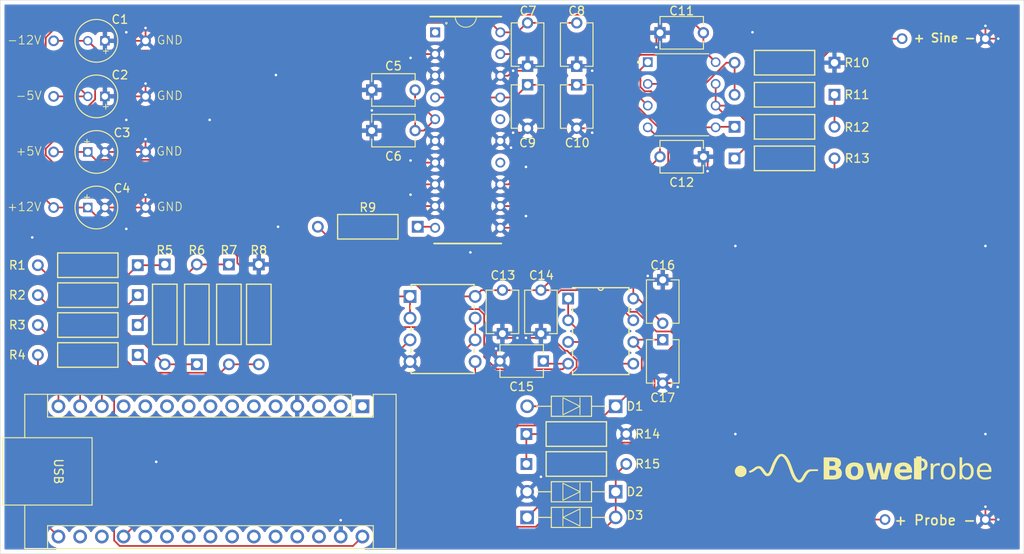
<source format=kicad_pcb>
(kicad_pcb (version 20241229) (generator "pcbnew") (generator_version "9.0")
  (layers (0 "F.Cu" signal) (2 "B.Cu" signal) (13 "F.Paste" user) (15 "B.Paste" user) (5 "F.SilkS" user "F.Silkscreen") (7 "B.SilkS" user "B.Silkscreen") (1 "F.Mask" user) (3 "B.Mask" user) (25 "Edge.Cuts" user))
  (net 0 "")
  (net 6 "Net-(A1-A0)")
  (net 10 "Net-(A1-D11)")
  (net 14 "Net-(A1-D13)")
  (net 15 "GND")
  (net 23 "Net-(A1-VIN)")
  (net 27 "Net-(A1-D12)")
  (net 28 "Net-(A1-D10)")
  (net 30 "Net-(D1-K)")
  (net 31 "Net-(U1-COSC)")
  (net 32 "Net-(D3-K)")
  (net 33 "Net-(J2-Pin_1)")
  (net 34 "Net-(J5-Pin_1)")
  (net 35 "Net-(D1-A)")
  (net 36 "Net-(D2-K)")
  (net 37 "Net-(J10-Pin_1)")
  (net 38 "Net-(J12-Pin_1)")
  (net 39 "Net-(U1-IIN)")
  (net 40 "Net-(R1-Pad1)")
  (net 41 "Net-(R4-Pad1)")
  (net 42 "Net-(R2-Pad1)")
  (net 43 "Net-(R3-Pad1)")
  (net 44 "Net-(R9-Pad2)")
  (net 45 "Net-(R11-Pad1)")
  (net 46 "Net-(U2-+IN_B)")
  (net 47 "Net-(U2--IN_A)")
  (net 49 "Net-(U1-OUT)")
  (net 52 "Net-(U4-1IN-)")
  (footprint "BowelProbe:Capacitor-10n" (layer "F.Cu") (at 149.75 70.96 90)
    (property "Reference" "C13")
    (property "Value" "0.1u" (hide yes))
  )
  (footprint "BowelProbe:CT3149-2" (layer "F.Cu") (at 97.25 39.25)
    (property "Reference" "J5" (hide yes))
    (property "Value" "Conn_01x01" (hide yes))
  )
  (footprint "BowelProbe:CT3149-0" (layer "F.Cu") (at 108 52.25)
    (property "Reference" "J8" (hide yes))
    (property "Value" "Conn_01x01" (hide yes))
  )
  (footprint "BowelProbe:Resistor-20k" (layer "F.Cu") (at 139.842 61 180)
    (property "Reference" "R9")
    (property "Value" "25k" (hide yes))
  )
  (footprint "BowelProbe:Capacitor-10u" (layer "F.Cu") (at 102.25 45.75 180)
    (property "Reference" "C2")
    (property "Value" "10u" (hide yes))
  )
  (footprint "BowelProbe:CT3149-5" (layer "F.Cu") (at 194.5 95.25)
    (property "Reference" "J10" (hide yes))
    (property "Value" "Conn_01x01" (hide yes))
  )
  (footprint "BowelProbe:Resistor-20k" (layer "F.Cu") (at 107.092 72.5 180)
    (property "Reference" "R3")
    (property "Value" "20k" (hide yes))
  )
  (footprint "BowelProbe:Capacitor-10n" (layer "F.Cu") (at 152.69 39.69 90)
    (property "Reference" "C7")
    (property "Value" "1n" (hide yes))
  )
  (footprint "BowelProbe:1N5817" (layer "F.Cu") (at 157.82 92 180)
    (property "Reference" "D2")
    (property "Value" "DIOAD1036W78L470D235" (hide yes))
  )
  (footprint "BowelProbe:Resistor-20k" (layer "F.Cu") (at 121.25 65.408 -90)
    (property "Reference" "R8")
    (property "Value" "20k" (hide yes))
  )
  (footprint "BowelProbe:Resistor-20k" (layer "F.Cu") (at 107.092 76 180)
    (property "Reference" "R4")
    (property "Value" "20k" (hide yes))
  )
  (footprint "BowelProbe:PDIP8_300MC_MCH" (layer "F.Cu") (at 138.94 69.15)
    (property "Reference" "U3" (hide yes))
    (property "Value" "MCP6002-E/P" (hide yes))
  )
  (footprint "BowelProbe:Resistor-20k" (layer "F.Cu") (at 107.092 69 180)
    (property "Reference" "R2")
    (property "Value" "20k" (hide yes))
  )
  (footprint "BowelProbe:Capacitor-10n" (layer "F.Cu") (at 137 45)
    (property "Reference" "C5")
    (property "Value" "10n" (hide yes))
  )
  (footprint "BowelProbe:DIP794W45P254L959H508Q8" (layer "F.Cu") (at 170.72 45.56)
    (property "Reference" "U2" (hide yes))
    (property "Value" "OPA2134PA" (hide yes))
  )
  (footprint "BowelProbe:MAX038CPP" (layer "F.Cu") (at 145.69 49.69)
    (property "Reference" "U1" (hide yes))
    (property "Value" "MAX038CPP" (hide yes))
  )
  (footprint "Module:Arduino_Nano" (layer "F.Cu") (at 133.37 82 -90)
    (property "Reference" "A1" (hide yes))
    (property "Value" "Arduino_Nano_v2.x" (hide yes))
  )
  (footprint "BowelProbe:Resistor-20k" (layer "F.Cu") (at 117.75 65.408 -90)
    (property "Reference" "R7")
    (property "Value" "10k" (hide yes))
  )
  (footprint "BowelProbe:Resistor-20k" (layer "F.Cu") (at 188.592 41.81 180)
    (property "Reference" "R10")
    (property "Value" "10k" (hide yes))
  )
  (footprint "BowelProbe:Capacitor-10n" (layer "F.Cu") (at 158.44 39.69 90)
    (property "Reference" "C8")
    (property "Value" "1u" (hide yes))
  )
  (footprint "BowelProbe:CT3149-0" (layer "F.Cu") (at 108 39.25)
    (property "Reference" "J4" (hide yes))
    (property "Value" "Conn_01x01" (hide yes))
  )
  (footprint "BowelProbe:CT3149-0" (layer "F.Cu") (at 108 58.75)
    (property "Reference" "J6" (hide yes))
    (property "Value" "Conn_01x01" (hide yes))
  )
  (footprint "BowelProbe:Resistor-20k" (layer "F.Cu") (at 107.092 65.5 180)
    (property "Reference" "R1")
    (property "Value" "20k" (hide yes))
  )
  (footprint "BowelProbe:Capacitor-10n" (layer "F.Cu") (at 170.72 52.81 180)
    (property "Reference" "C12")
    (property "Value" "0.1u" (hide yes))
  )
  (footprint "BowelProbe:Resistor-20k" (layer "F.Cu") (at 114 77.092 90)
    (property "Reference" "R6")
    (property "Value" "10k" (hide yes))
  )
  (footprint "BowelProbe:Capacitor-10n" (layer "F.Cu") (at 154.25 70.96 90)
    (property "Reference" "C14")
    (property "Value" "1u" (hide yes))
  )
  (footprint "BowelProbe:Capacitor-10n" (layer "F.Cu") (at 170.72 38.31)
    (property "Reference" "C11")
    (property "Value" "0.1u" (hide yes))
  )
  (footprint "BowelProbe:Capacitor-10u" (layer "F.Cu") (at 102.25 52.25)
    (property "Reference" "C3")
    (property "Value" "10u" (hide yes))
  )
  (footprint "BowelProbe:Resistor-20k" (layer "F.Cu") (at 176.908 53)
    (property "Reference" "R13")
    (property "Value" "100" (hide yes))
  )
  (footprint "BowelProbe:CT3149-5" (layer "F.Cu") (at 206.25 95.25)
    (property "Reference" "J11" (hide yes))
    (property "Value" "Conn_01x01" (hide yes))
  )
  (footprint "BowelProbe:CT3149-0" (layer "F.Cu") (at 196.5 39 90)
    (property "Reference" "J12" (hide yes))
    (property "Value" "Conn_01x01" (hide yes))
  )
  (footprint "BowelProbe:Capacitor-10n" (layer "F.Cu") (at 168.5 69.75 -90)
    (property "Reference" "C16")
    (property "Value" "0.1u" (hide yes))
  )
  (footprint "BowelProbe:CT3149-0" (layer "F.Cu") (at 206.25 39 90)
    (property "Reference" "J13" (hide yes))
    (property "Value" "Conn_01x01" (hide yes))
  )
  (footprint "BowelProbe:Capacitor-10u" (layer "F.Cu") (at 102.25 58.75)
    (property "Reference" "C4")
    (property "Value" "10u" (hide yes))
  )
  (footprint "BowelProbe:Capacitor-10n" (layer "F.Cu") (at 152.69 46.94 -90)
    (property "Reference" "C9")
    (property "Value" "1n" (hide yes))
  )
  (footprint "BowelProbe:Capacitor-10n" (layer "F.Cu") (at 152 76.71 180)
    (property "Reference" "C15")
    (property "Value" "0.1u" (hide yes))
  )
  (footprint "BowelProbe:Capacitor-10n" (layer "F.Cu") (at 158.44 46.94 -90)
    (property "Reference" "C10")
    (property "Value" "1u" (hide yes))
  )
  (footprint "BowelProbe:Resistor-20k" (layer "F.Cu") (at 152.548 85.25)
    (property "Reference" "R14")
    (property "Value" "300k" (hide yes))
  )
  (footprint "BowelProbe:CT3149-2" (layer "F.Cu") (at 97.25 52.25)
    (property "Reference" "J9" (hide yes))
    (property "Value" "Conn_01x01" (hide yes))
  )
  (footprint "BowelProbe:P8" (layer "F.Cu") (at 165.06 77.02)
    (property "Reference" "U4" (hide yes))
    (property "Value" "TL072ACP" (hide yes))
  )
  (footprint "BowelProbe:1N5817" (layer "F.Cu") (at 157.82 95)
    (property "Reference" "D3")
    (property "Value" "DIOAD1036W78L470D235" (hide yes))
  )
  (footprint "BowelProbe:CT3149-2" (layer "F.Cu") (at 97.25 45.75)
    (property "Reference" "J2" (hide yes))
    (property "Value" "Conn_01x01" (hide yes))
  )
  (footprint "LOGO" (layer "F.Cu") (at 181.874767 89.792376)
    (property "Reference" "G***" (hide yes))
    (property "Value" "LOGO" (hide yes))
  )
  (footprint "BowelProbe:Resistor-20k" (layer "F.Cu") (at 188.592 45.56 180)
    (property "Reference" "R11")
    (property "Value" "20k" (hide yes))
  )
  (footprint "BowelProbe:Capacitor-10n" (layer "F.Cu") (at 168.5 76.75 -90)
    (property "Reference" "C17")
    (property "Value" "0.1u" (hide yes))
  )
  (footprint "BowelProbe:CT3149-0" (layer "F.Cu") (at 108 45.75)
    (property "Reference" "J3" (hide yes))
    (property "Value" "Conn_01x01" (hide yes))
  )
  (footprint "BowelProbe:Capacitor-10u" (layer "F.Cu") (at 102.25 39.25 180)
    (property "Reference" "C1")
    (property "Value" "10u" (hide yes))
  )
  (footprint "BowelProbe:Resistor-20k" (layer "F.Cu") (at 152.548 88.75)
    (property "Reference" "R15")
    (property "Value" "1k" (hide yes))
  )
  (footprint "BowelProbe:1N5817" (layer "F.Cu") (at 157.82 82 180)
    (property "Reference" "D1")
    (property "Value" "DIOAD1036W78L470D235" (hide yes))
  )
  (footprint "BowelProbe:Resistor-20k" (layer "F.Cu") (at 110.25 65.408 -90)
    (property "Reference" "R5")
    (property "Value" "10k" (hide yes))
  )
  (footprint "BowelProbe:CT3149-2" (layer "F.Cu") (at 97.25 58.75)
    (property "Reference" "J7" (hide yes))
    (property "Value" "Conn_01x01" (hide yes))
  )
  (footprint "BowelProbe:Capacitor-10n" (layer "F.Cu") (at 137 49.75)
    (property "Reference" "C6")
    (property "Value" "10n" (hide yes))
  )
  (footprint "BowelProbe:Resistor-20k" (layer "F.Cu") (at 176.908 49.31)
    (property "Reference" "R12")
    (property "Value" "20k" (hide yes))
  )
  (gr_rect (start 91 34.5) (end 210.75 99.25) (stroke (width 0.05)) (fill no) (layer "Edge.Cuts"))
  (gr_text "GND" (at 109.25 46.25 0) (layer "F.SilkS") (effects (font (size 1 1) (thickness 0.1)) (justify left bottom)))
  (gr_text "GND" (at 109.25 39.75 0) (layer "F.SilkS") (effects (font (size 1 1) (thickness 0.1)) (justify left bottom)))
  (gr_text "+ Sine -" (at 197.75 39.5 0) (layer "F.SilkS") (effects (font (size 1 1) (thickness 0.1905) (bold yes)) (justify left bottom)))
  (gr_text "+5V" (at 92.75 52.75 0) (layer "F.SilkS") (effects (font (size 1 1) (thickness 0.1)) (justify left bottom)))
  (gr_text "Bowel" (at 187 91 0) (layer "F.SilkS") (effects (font (size 2.54 2.54) (thickness 0.508) (bold yes)) (justify left bottom)))
  (gr_text "+ Probe -" (at 195.5 96 0) (layer "F.SilkS") (effects (font (size 1.143 1.143) (thickness 0.1905) (bold yes)) (justify left bottom)))
  (gr_text "+12V" (at 91.75 59.25 0) (layer "F.SilkS") (effects (font (size 1 1) (thickness 0.1)) (justify left bottom)))
  (gr_text "-5V" (at 92.75 46.25 0) (layer "F.SilkS") (effects (font (size 1 1) (thickness 0.1)) (justify left bottom)))
  (gr_text "GND" (at 109.2 52.75 0) (layer "F.SilkS") (effects (font (size 1 1) (thickness 0.1)) (justify left bottom)))
  (gr_text "-12V" (at 91.75 39.75 0) (layer "F.SilkS") (effects (font (size 1 1) (thickness 0.1)) (justify left bottom)))
  (gr_text "Probe" (at 197.562532 90.95 0) (layer "F.SilkS") (effects (font (size 2.413 2.413) (thickness 0.254)) (justify left bottom)))
  (gr_text "GND" (at 109.25 59.25 0) (layer "F.SilkS") (effects (font (size 1 1) (thickness 0.1)) (justify left bottom)))
  (segment (start 117.92 84.75) (end 105.43 97.24) (width 0.2) (layer "F.Cu") (net 6))
  (segment (start 136.04 84.75) (end 117.92 84.75) (width 0.2) (layer "F.Cu") (net 6))
  (segment (start 146.56 74.23) (end 136.04 84.75) (width 0.2) (layer "F.Cu") (net 6))
  (segment (start 146.56 74.23) (end 146.56 71.69) (width 0.2) (layer "F.Cu") (net 6))
  (segment (start 100.35 73.942) (end 95.408 69) (width 0.2) (layer "F.Cu") (net 10))
  (segment (start 100.35 82) (end 100.35 73.942) (width 0.2) (layer "F.Cu") (net 10))
  (segment (start 95.408 94.838) (end 95.408 76) (width 0.2) (layer "F.Cu") (net 14))
  (segment (start 97.81 97.24) (end 95.408 94.838) (width 0.2) (layer "F.Cu") (net 14))
  (segment (start 140.33 58.58) (end 139 57.25) (width 0.2) (layer "F.Cu") (net 15))
  (segment (start 149.5 58.58) (end 151.33 58.58) (width 0.2) (layer "F.Cu") (net 15))
  (segment (start 103.25 58.75) (end 106.5 58.75) (width 0.2) (layer "F.Cu") (net 15))
  (segment (start 139.59 53.25) (end 139 53.25) (width 0.2) (layer "F.Cu") (net 15))
  (segment (start 141.88 53.5) (end 139.25 53.5) (width 0.2) (layer "F.Cu") (net 15))
  (segment (start 150.29 51.75) (end 149.5 50.96) (width 0.2) (layer "F.Cu") (net 15))
  (segment (start 141.88 43.34) (end 139.79 41.25) (width 0.2) (layer "F.Cu") (net 15))
  (segment (start 206.25 95.25) (end 207.75 95.25) (width 0.2) (layer "F.Cu") (net 15))
  (segment (start 134.46 49.75) (end 134.46 47.40035) (width 0.2) (layer "F.Cu") (net 15))
  (segment (start 167.21 67.21) (end 166.75 66.75) (width 0.2) (layer "F.Cu") (net 15))
  (segment (start 151 42.75) (end 152.17 42.75) (width 0.2) (layer "F.Cu") (net 15))
  (segment (start 108 39.25) (end 108 37.75) (width 0.2) (layer "F.Cu") (net 15))
  (segment (start 167.75 40) (end 167.75 38.74) (width 0.2) (layer "F.Cu") (net 15))
  (segment (start 150.25 74) (end 149.75 73.5) (width 0.2) (layer "F.Cu") (net 15))
  (segment (start 106.5 58.75) (end 108 57.25) (width 0.2) (layer "F.Cu") (net 15))
  (segment (start 103.25 45.75) (end 106.5 45.75) (width 0.2) (layer "F.Cu") (net 15))
  (segment (start 141.88 56.04) (end 140.21 56.04) (width 0.2) (layer "F.Cu") (net 15))
  (segment (start 169.79 79.29) (end 170.25 79.75) (width 0.2) (layer "F.Cu") (net 15))
  (segment (start 106.5 39.25) (end 108 37.75) (width 0.2) (layer "F.Cu") (net 15))
  (segment (start 108 45.75) (end 108 44.25) (width 0.2) (layer "F.Cu") (net 15))
  (segment (start 149 76.25) (end 149.46 76.71) (width 0.2) (layer "F.Cu") (net 15))
  (segment (start 206.25 39) (end 206.25 37.5) (width 0.2) (layer "F.Cu") (net 15))
  (segment (start 149.5 61.12) (end 151.13 61.12) (width 0.2) (layer "F.Cu") (net 15))
  (segment (start 103.25 52.25) (end 106.5 52.25) (width 0.2) (layer "F.Cu") (net 15))
  (segment (start 130.83 95.33) (end 130.83 97.24) (width 0.2) (layer "F.Cu") (net 15))
  (segment (start 159.73 49.48) (end 158.44 49.48) (width 0.2) (layer "F.Cu") (net 15))
  (segment (start 134.46 47.40035) (end 134.469726 47.390624) (width 0.2) (layer "F.Cu") (net 15))
  (segment (start 150.41 43.34) (end 151 42.75) (width 0.2) (layer "F.Cu") (net 15))
  (segment (start 173.75 53.3) (end 173.26 52.81) (width 0.2) (layer "F.Cu") (net 15))
  (segment (start 106.5 58.75) (end 108 58.75) (width 0.2) (layer "F.Cu") (net 15))
  (segment (start 151.13 61.12) (end 152.5 59.75) (width 0.2) (layer "F.Cu") (net 15))
  (segment (start 106.5 52.25) (end 108 50.75) (width 0.2) (layer "F.Cu") (net 15))
  (segment (start 139.25 53.5) (end 139 53.25) (width 0.2) (layer "F.Cu") (net 15))
  (segment (start 160 42.75) (end 159.48 42.23) (width 0.2) (layer "F.Cu") (net 15))
  (segment (start 141.88 50.96) (end 139.59 53.25) (width 0.2) (layer "F.Cu") (net 15))
  (segment (start 168.5 79.29) (end 169.79 79.29) (width 0.2) (layer "F.Cu") (net 15))
  (segment (start 149.5 43.34) (end 150.41 43.34) (width 0.2) (layer "F.Cu") (net 15))
  (segment (start 167.75 38.74) (end 168.18 38.31) (width 0.2) (layer "F.Cu") (net 15))
  (segment (start 134.469726 47.390624) (end 134.46 47.380898) (width 0.2) (layer "F.Cu") (net 15))
  (segment (start 150.75 51.75) (end 150.29 51.75) (width 0.2) (layer "F.Cu") (net 15))
  (segment (start 149.5 56.04) (end 150.46 56.04) (width 0.2) (layer "F.Cu") (net 15))
  (segment (start 139.79 41.25) (end 139 41.25) (width 0.2) (layer "F.Cu") (net 15))
  (segment (start 160.25 50) (end 159.73 49.48) (width 0.2) (layer "F.Cu") (net 15))
  (segment (start 152.17 42.75) (end 152.69 42.23) (width 0.2) (layer "F.Cu") (net 15))
  (segment (start 108 39.25) (end 106.5 39.25) (width 0.2) (layer "F.Cu") (net 15))
  (segment (start 173.75 54.5) (end 173.75 53.3) (width 0.2) (layer "F.Cu") (net 15))
  (segment (start 168.5 67.21) (end 167.21 67.21) (width 0.2) (layer "F.Cu") (net 15))
  (segment (start 159.48 42.23) (end 158.44 42.23) (width 0.2) (layer "F.Cu") (net 15))
  (segment (start 108 58.75) (end 108 57.25) (width 0.2) (layer "F.Cu") (net 15))
  (segment (start 160.25 42.75) (end 160 42.75) (width 0.2) (layer "F.Cu") (net 15))
  (segment (start 206.25 95.25) (end 206.25 93.75) (width 0.2) (layer "F.Cu") (net 15))
  (segment (start 151.33 58.58) (end 152.5 59.75) (width 0.2) (layer "F.Cu") (net 15))
  (segment (start 108 45.75) (end 106.5 45.75) (width 0.2) (layer "F.Cu") (net 15))
  (segment (start 134.46 47.380898) (end 134.46 45) (width 0.2) (layer "F.Cu") (net 15))
  (segment (start 150.46 56.04) (end 152.5 54) (width 0.2) (layer "F.Cu") (net 15))
  (segment (start 151.5 74) (end 150.25 74) (width 0.2) (layer "F.Cu") (net 15))
  (segment (start 106.5 52.25) (end 108 52.25) (width 0.2) (layer "F.Cu") (net 15))
  (segment (start 103.25 39.25) (end 106.5 39.25) (width 0.2) (layer "F.Cu") (net 15))
  (segment (start 141.88 58.58) (end 140.33 58.58) (width 0.2) (layer "F.Cu") (net 15))
  (segment (start 206.25 39) (end 207.75 39) (width 0.2) (layer "F.Cu") (net 15))
  (segment (start 151 50) (end 152.17 50) (width 0.2) (layer "F.Cu") (net 15))
  (segment (start 108 52.25) (end 108 50.75) (width 0.2) (layer "F.Cu") (net 15))
  (segment (start 152.17 50) (end 152.69 49.48) (width 0.2) (layer "F.Cu") (net 15))
  (segment (start 106.5 45.75) (end 108 44.25) (width 0.2) (layer "F.Cu") (net 15))
  (segment (start 140.21 56.04) (end 139 57.25) (width 0.2) (layer "F.Cu") (net 15))
  (segment (start 141.88 40.8) (end 139.45 40.8) (width 0.2) (layer "F.Cu") (net 15))
  (segment (start 152.5 74) (end 153.75 74) (width 0.2) (layer "F.Cu") (net 15))
  (segment (start 153.75 74) (end 154.25 73.5) (width 0.2) (layer "F.Cu") (net 15))
  (segment (start 139.45 40.8) (end 139 41.25) (width 0.2) (layer "F.Cu") (net 15))
  (segment (start 149 75.25) (end 149 76.25) (width 0.2) (layer "F.Cu") (net 15))
  (via (at 139 57.25) (size 0.6) (drill 0.3) (layers "F.Cu" "B.Cu") (net 15))
  (via (at 115.5 48.5) (size 0.6) (drill 0.3) (layers "F.Cu" "B.Cu") (net 15))
  (via (at 123.5 61) (size 0.6) (drill 0.3) (layers "F.Cu" "B.Cu") (net 15))
  (via (at 105.75 48.5) (size 0.6) (drill 0.3) (layers "F.Cu" "B.Cu") (net 15))
  (via (at 108 44.25) (size 0.6) (drill 0.3) (layers "F.Cu" "B.Cu") (net 15))
  (via (at 179 38.25) (size 0.6) (drill 0.3) (layers "F.Cu" "B.Cu") (net 15))
  (via (at 206.25 37.5) (size 0.6) (drill 0.3) (layers "F.Cu" "B.Cu") (net 15))
  (via (at 151 50) (size 0.6) (drill 0.3) (layers "F.Cu" "B.Cu") (net 15))
  (via (at 160.25 50) (size 0.6) (drill 0.3) (layers "F.Cu" "B.Cu") (net 15))
  (via (at 173.75 54.5) (size 0.6) (drill 0.3) (layers "F.Cu" "B.Cu") (net 15))
  (via (at 150.75 51.75) (size 0.6) (drill 0.3) (layers "F.Cu" "B.Cu") (net 15))
  (via (at 105.75 38.25) (size 0.6) (drill 0.3) (layers "F.Cu" "B.Cu") (net 15))
  (via (at 134.469726 47.390624) (size 0.6) (drill 0.3) (layers "F.Cu" "B.Cu") (net 15))
  (via (at 108 50.75) (size 0.6) (drill 0.3) (layers "F.Cu" "B.Cu") (net 15))
  (via (at 151 42.75) (size 0.6) (drill 0.3) (layers "F.Cu" "B.Cu") (net 15))
  (via (at 149 75.25) (size 0.6) (drill 0.3) (layers "F.Cu" "B.Cu") (net 15))
  (via (at 109.25 88.5) (size 0.6) (drill 0.3) (layers "F.Cu" "B.Cu") (net 15))
  (via (at 139 41.25) (size 0.6) (drill 0.3) (layers "F.Cu" "B.Cu") (net 15))
  (via (at 152.5 54) (size 0.6) (drill 0.3) (layers "F.Cu" "B.Cu") (net 15))
  (via (at 139 53.25) (size 0.6) (drill 0.3) (layers "F.Cu" "B.Cu") (net 15))
  (via (at 177 63.25) (size 0.6) (drill 0.3) (layers "F.Cu" "B.Cu") (net 15))
  (via (at 108 57.25) (size 0.6) (drill 0.3) (layers "F.Cu" "B.Cu") (net 15))
  (via (at 167.75 40) (size 0.6) (drill 0.3) (layers "F.Cu" "B.Cu") (net 15))
  (via (at 177 85.25) (size 0.6) (drill 0.3) (layers "F.Cu" "B.Cu") (net 15))
  (via (at 152.5 74) (size 0.6) (drill 0.3) (layers "F.Cu" "B.Cu") (net 15))
  (via (at 207.75 95.25) (size 0.6) (drill 0.3) (layers "F.Cu" "B.Cu") (net 15))
  (via (at 130.83 95.33) (size 0.6) (drill 0.3) (layers "F.Cu" "B.Cu") (net 15))
  (via (at 94.75 62.25) (size 0.6) (drill 0.3) (layers "F.Cu" "B.Cu") (net 15))
  (via (at 146 64) (size 0.6) (drill 0.3) (layers "F.Cu" "B.Cu") (net 15))
  (via (at 151.5 74) (size 0.6) (drill 0.3) (layers "F.Cu" "B.Cu") (net 15))
  (via (at 206.25 63.25) (size 0.6) (drill 0.3) (layers "F.Cu" "B.Cu") (net 15))
  (via (at 166.75 66.75) (size 0.6) (drill 0.3) (layers "F.Cu" "B.Cu") (net 15))
  (via (at 154.25 90.25) (size 0.6) (drill 0.3) (layers "F.Cu" "B.Cu") (net 15))
  (via (at 170.25 79.75) (size 0.6) (drill 0.3) (layers "F.Cu" "B.Cu") (net 15))
  (via (at 105.75 61.25) (size 0.6) (drill 0.3) (layers "F.Cu" "B.Cu") (net 15))
  (via (at 160.25 42.75) (size 0.6) (drill 0.3) (layers "F.Cu" "B.Cu") (net 15))
  (via (at 206.25 85.25) (size 0.6) (drill 0.3) (layers "F.Cu" "B.Cu") (net 15))
  (via (at 108 37.75) (size 0.6) (drill 0.3) (layers "F.Cu" "B.Cu") (net 15))
  (via (at 152.5 59.75) (size 0.6) (drill 0.3) (layers "F.Cu" "B.Cu") (net 15))
  (via (at 206.25 93.75) (size 0.6) (drill 0.3) (layers "F.Cu" "B.Cu") (net 15))
  (via (at 123.25 43.25) (size 0.6) (drill 0.3) (layers "F.Cu" "B.Cu") (net 15))
  (via (at 207.75 39) (size 0.6) (drill 0.3) (layers "F.Cu" "B.Cu") (net 15))
  (segment (start 132.269 98.341) (end 133.37 97.24) (width 0.2) (layer "F.Cu") (net 23))
  (segment (start 171.2039 49.771) (end 171.2039 52.433391) (width 0.2) (layer "F.Cu") (net 23))
  (segment (start 104.329 97.69605) (end 104.97395 98.341) (width 0.2) (layer "F.Cu") (net 23))
  (segment (start 101.25 58.75) (end 104.329 61.829) (width 0.2) (layer "F.Cu") (net 23))
  (segment (start 165.61 69.4) (end 165.06 69.4) (width 0.2) (layer "F.Cu") (net 23))
  (segment (start 173.824 40.884) (end 165.884 40.884) (width 0.2) (layer "F.Cu") (net 23))
  (segment (start 165.483 41.285) (end 165.483 44.814809) (width 0.2) (layer "F.Cu") (net 23))
  (segment (start 166.225191 45.557) (end 166.9899 45.557) (width 0.2) (layer "F.Cu") (net 23))
  (segment (start 171.2039 52.433391) (end 165.06 58.577291) (width 0.2) (layer "F.Cu") (net 23))
  (segment (start 97.25 58.75) (end 101.25 58.75) (width 0.2) (layer "F.Cu") (net 23))
  (segment (start 104.97395 98.341) (end 132.269 98.341) (width 0.2) (layer "F.Cu") (net 23))
  (segment (start 174.69 41.75) (end 173.26 40.32) (width 0.2) (layer "F.Cu") (net 23))
  (segment (start 168.5 72.29) (end 165.61 69.4) (width 0.2) (layer "F.Cu") (net 23))
  (segment (start 174.69 41.75) (end 173.824 40.884) (width 0.2) (layer "F.Cu") (net 23))
  (segment (start 165.06 58.577291) (end 165.06 69.4) (width 0.2) (layer "F.Cu") (net 23))
  (segment (start 173.26 40.32) (end 173.26 38.31) (width 0.2) (layer "F.Cu") (net 23))
  (segment (start 95.923 38.700338) (end 98.433338 36.19) (width 0.2) (layer "F.Cu") (net 23))
  (segment (start 98.433338 36.19) (end 171.14 36.19) (width 0.2) (layer "F.Cu") (net 23))
  (segment (start 165.483 44.814809) (end 166.225191 45.557) (width 0.2) (layer "F.Cu") (net 23))
  (segment (start 97.25 58.75) (end 95.923 57.423) (width 0.2) (layer "F.Cu") (net 23))
  (segment (start 166.9899 45.557) (end 171.2039 49.771) (width 0.2) (layer "F.Cu") (net 23))
  (segment (start 171.14 36.19) (end 173.26 38.31) (width 0.2) (layer "F.Cu") (net 23))
  (segment (start 95.923 57.423) (end 95.923 38.700338) (width 0.2) (layer "F.Cu") (net 23))
  (segment (start 104.329 61.829) (end 104.329 97.69605) (width 0.2) (layer "F.Cu") (net 23))
  (segment (start 165.884 40.884) (end 165.483 41.285) (width 0.2) (layer "F.Cu") (net 23))
  (segment (start 97.81 74.902) (end 95.408 72.5) (width 0.2) (layer "F.Cu") (net 27))
  (segment (start 97.81 82) (end 97.81 74.902) (width 0.2) (layer "F.Cu") (net 27))
  (segment (start 102.89 82) (end 102.89 72.982) (width 0.2) (layer "F.Cu") (net 28))
  (segment (start 102.89 72.982) (end 95.408 65.5) (width 0.2) (layer "F.Cu") (net 28))
  (segment (start 165.33 74.21) (end 165.06 74.48) (width 0.2) (layer "F.Cu") (net 30))
  (segment (start 166.0468 75.4668) (end 166.0468 78.9532) (width 0.2) (layer "F.Cu") (net 30))
  (segment (start 152.548 88.75) (end 152.548 85.25) (width 0.2) (layer "F.Cu") (net 30))
  (segment (start 163 82) (end 162.75 82) (width 0.2) (layer "F.Cu") (net 30))
  (segment (start 166.0468 78.9532) (end 163 82) (width 0.2) (layer "F.Cu") (net 30))
  (segment (start 162.75 82) (end 159.5 85.25) (width 0.2) (layer "F.Cu") (net 30))
  (segment (start 168.5 74.21) (end 165.33 74.21) (width 0.2) (layer "F.Cu") (net 30))
  (segment (start 159.5 85.25) (end 152.548 85.25) (width 0.2) (layer "F.Cu") (net 30))
  (segment (start 165.06 74.48) (end 166.0468 75.4668) (width 0.2) (layer "F.Cu") (net 30))
  (segment (start 139.54 46.08) (end 141.88 48.42) (width 0.2) (layer "F.Cu") (net 31))
  (segment (start 139.54 49.75) (end 139.54 45.75) (width 0.2) (layer "F.Cu") (net 31))
  (segment (start 139.54 45.75) (end 139.54 46.08) (width 0.2) (layer "F.Cu") (net 31))
  (segment (start 139.54 45) (end 139.54 45.75) (width 0.2) (layer "F.Cu") (net 31))
  (segment (start 140.55 49.75) (end 141.88 48.42) (width 0.2) (layer "F.Cu") (net 31))
  (segment (start 139.54 49.75) (end 140.55 49.75) (width 0.2) (layer "F.Cu") (net 31))
  (segment (start 163.004709 44.4) (end 169.14 50.535291) (width 0.2) (layer "F.Cu") (net 32))
  (segment (start 169.14 53.53) (end 154.25 68.42) (width 0.2) (layer "F.Cu") (net 32))
  (segment (start 165.468746 70.9532) (end 167.765546 73.25) (width 0.2) (layer "F.Cu") (net 32))
  (segment (start 151.21 45.88) (end 152.69 44.4) (width 0.2) (layer "F.Cu") (net 32))
  (segment (start 154.25 68.42) (end 149.75 68.42) (width 0.2) (layer "F.Cu") (net 32))
  (segment (start 149.5 45.88) (end 151.21 45.88) (width 0.2) (layer "F.Cu") (net 32))
  (segment (start 167.765546 73.25) (end 169.46 73.25) (width 0.2) (layer "F.Cu") (net 32))
  (segment (start 101.25 52.25) (end 97.25 52.25) (width 0.2) (layer "F.Cu") (net 32))
  (segment (start 169.14 50.535291) (end 169.14 53.53) (width 0.2) (layer "F.Cu") (net 32))
  (segment (start 147.29 68.42) (end 146.56 69.15) (width 0.2) (layer "F.Cu") (net 32))
  (segment (start 155.9878 68.0122) (end 161.6993 68.0122) (width 0.2) (layer "F.Cu") (net 32))
  (segment (start 167.54 80.1) (end 152.64 95) (width 0.2) (layer "F.Cu") (net 32))
  (segment (start 161.6993 68.0122) (end 164.6403 70.9532) (width 0.2) (layer "F.Cu") (net 32))
  (segment (start 170 74.63) (end 167.54 77.09) (width 0.2) (layer "F.Cu") (net 32))
  (segment (start 169.46 73.25) (end 170 73.79) (width 0.2) (layer "F.Cu") (net 32))
  (segment (start 164.6403 70.9532) (end 165.468746 70.9532) (width 0.2) (layer "F.Cu") (net 32))
  (segment (start 125.0666 53.176) (end 102.176 53.176) (width 0.2) (layer "F.Cu") (net 32))
  (segment (start 149.75 68.42) (end 147.29 68.42) (width 0.2) (layer "F.Cu") (net 32))
  (segment (start 152.69 44.4) (end 158.44 44.4) (width 0.2) (layer "F.Cu") (net 32))
  (segment (start 155.58 68.42) (end 155.9878 68.0122) (width 0.2) (layer "F.Cu") (net 32))
  (segment (start 167.54 77.09) (end 167.54 80.1) (width 0.2) (layer "F.Cu") (net 32))
  (segment (start 170 73.79) (end 170 74.63) (width 0.2) (layer "F.Cu") (net 32))
  (segment (start 102.176 53.176) (end 101.25 52.25) (width 0.2) (layer "F.Cu") (net 32))
  (segment (start 158.44 44.4) (end 163.004709 44.4) (width 0.2) (layer "F.Cu") (net 32))
  (segment (start 146.56 69.15) (end 141.0406 69.15) (width 0.2) (layer "F.Cu") (net 32))
  (segment (start 149.5 45.88) (end 141.88 45.88) (width 0.2) (layer "F.Cu") (net 32))
  (segment (start 154.25 68.42) (end 155.58 68.42) (width 0.2) (layer "F.Cu") (net 32))
  (segment (start 141.0406 69.15) (end 125.0666 53.176) (width 0.2) (layer "F.Cu") (net 32))
  (segment (start 96.324 40.824) (end 96.324 38.866438) (width 0.2) (layer "F.Cu") (net 33))
  (segment (start 152.69 37.15) (end 152.6 37.15) (width 0.2) (layer "F.Cu") (net 33))
  (segment (start 97.25 45.75) (end 101.25 45.75) (width 0.2) (layer "F.Cu") (net 33))
  (segment (start 152.6 37.15) (end 151.49 38.26) (width 0.2) (layer "F.Cu") (net 33))
  (segment (start 101.25 45.75) (end 96.324 40.824) (width 0.2) (layer "F.Cu") (net 33))
  (segment (start 158.44 37.15) (end 152.69 37.15) (width 0.2) (layer "F.Cu") (net 33))
  (segment (start 151.49 38.26) (end 149.5 38.26) (width 0.2) (layer "F.Cu") (net 33))
  (segment (start 98.041438 37.149) (end 148.389 37.149) (width 0.2) (layer "F.Cu") (net 33))
  (segment (start 148.389 37.149) (end 149.5 38.26) (width 0.2) (layer "F.Cu") (net 33))
  (segment (start 96.324 38.866438) (end 98.041438 37.149) (width 0.2) (layer "F.Cu") (net 33))
  (segment (start 139.25 65.25) (end 114.399 40.399) (width 0.2) (layer "F.Cu") (net 34))
  (segment (start 146.995049 70.6397) (end 147.6103 71.254951) (width 0.2) (layer "F.Cu") (net 34))
  (segment (start 102.399 40.399) (end 101.25 39.25) (width 0.2) (layer "F.Cu") (net 34))
  (segment (start 96.324 52.633562) (end 98.440438 54.75) (width 0.2) (layer "F.Cu") (net 34))
  (segment (start 98.440438 54.75) (end 109.0656 54.75) (width 0.2) (layer "F.Cu") (net 34))
  (segment (start 126.2403 72.7403) (end 118.7368 65.2368) (width 0.2) (layer "F.Cu") (net 34))
  (segment (start 102.101 40.101) (end 102.101 46.102496) (width 0.2) (layer "F.Cu") (net 34))
  (segment (start 168.18 52.81) (end 155.75 65.24) (width 0.2) (layer "F.Cu") (net 34))
  (segment (start 144.1103 70.6397) (end 146.995049 70.6397) (width 0.2) (layer "F.Cu") (net 34))
  (segment (start 147.6103 71.254951) (end 147.6103 76.217946) (width 0.2) (layer "F.Cu") (net 34))
  (segment (start 157.44 77.02) (end 154.85 77.02) (width 0.2) (layer "F.Cu") (net 34))
  (segment (start 101.25 39.25) (end 102.101 40.101) (width 0.2) (layer "F.Cu") (net 34))
  (segment (start 102.101 46.102496) (end 101.602496 46.601) (width 0.2) (layer "F.Cu") (net 34))
  (segment (start 149.062354 77.67) (end 156.79 77.67) (width 0.2) (layer "F.Cu") (net 34))
  (segment (start 147.6103 76.217946) (end 149.062354 77.67) (width 0.2) (layer "F.Cu") (net 34))
  (segment (start 144.1103 70.6397) (end 142.0097 72.7403) (width 0.2) (layer "F.Cu") (net 34))
  (segment (start 96.324 51.866438) (end 96.324 52.633562) (width 0.2) (layer "F.Cu") (net 34))
  (segment (start 156.79 77.67) (end 157.44 77.02) (width 0.2) (layer "F.Cu") (net 34))
  (segment (start 142.0097 72.7403) (end 126.2403 72.7403) (width 0.2) (layer "F.Cu") (net 34))
  (segment (start 101.602496 46.601) (end 101.589438 46.601) (width 0.2) (layer "F.Cu") (net 34))
  (segment (start 109.0656 54.75) (end 118.7368 64.4212) (width 0.2) (layer "F.Cu") (net 34))
  (segment (start 168.18 50.8) (end 166.75 49.37) (width 0.2) (layer "F.Cu") (net 34))
  (segment (start 168.18 52.81) (end 168.18 50.8) (width 0.2) (layer "F.Cu") (net 34))
  (segment (start 155.75 65.25) (end 139.25 65.25) (width 0.2) (layer "F.Cu") (net 34))
  (segment (start 114.399 40.399) (end 102.399 40.399) (width 0.2) (layer "F.Cu") (net 34))
  (segment (start 101.589438 46.601) (end 96.324 51.866438) (width 0.2) (layer "F.Cu") (net 34))
  (segment (start 155.75 65.24) (end 155.75 65.25) (width 0.2) (layer "F.Cu") (net 34))
  (segment (start 101.25 39.25) (end 97.25 39.25) (width 0.2) (layer "F.Cu") (net 34))
  (segment (start 154.85 77.02) (end 154.54 76.71) (width 0.2) (layer "F.Cu") (net 34))
  (segment (start 118.7368 64.4212) (end 118.7368 65.2368) (width 0.2) (layer "F.Cu") (net 34))
  (segment (start 165.06 71.94) (end 161.5332 68.4132) (width 0.2) (layer "F.Cu") (net 35))
  (segment (start 156.5868 68.4132) (end 156 69) (width 0.2) (layer "F.Cu") (net 35))
  (segment (start 157.315546 75.5) (end 158.4268 76.611254) (width 0.2) (layer "F.Cu") (net 35))
  (segment (start 157.064454 75.5) (end 157.315546 75.5) (width 0.2) (layer "F.Cu") (net 35))
  (segment (start 158.4268 77.428746) (end 153.855546 82) (width 0.2) (layer "F.Cu") (net 35))
  (segment (start 156 69) (end 156 74.435546) (width 0.2) (layer "F.Cu") (net 35))
  (segment (start 153.855546 82) (end 152.64 82) (width 0.2) (layer "F.Cu") (net 35))
  (segment (start 156 74.435546) (end 157.064454 75.5) (width 0.2) (layer "F.Cu") (net 35))
  (segment (start 158.4268 76.611254) (end 158.4268 77.428746) (width 0.2) (layer "F.Cu") (net 35))
  (segment (start 161.5332 68.4132) (end 156.5868 68.4132) (width 0.2) (layer "F.Cu") (net 35))
  (segment (start 151.75 97.25) (end 146.56 92.06) (width 0.2) (layer "F.Cu") (net 36))
  (segment (start 163 95) (end 160.75 97.25) (width 0.2) (layer "F.Cu") (net 36))
  (segment (start 163 89.982) (end 163 92) (width 0.2) (layer "F.Cu") (net 36))
  (segment (start 164.232 88.75) (end 163 89.982) (width 0.2) (layer "F.Cu") (net 36))
  (segment (start 160.75 97.25) (end 151.75 97.25) (width 0.2) (layer "F.Cu") (net 36))
  (segment (start 146.56 92.06) (end 146.56 76.77) (width 0.2) (layer "F.Cu") (net 36))
  (segment (start 163 92) (end 163 95) (width 0.2) (layer "F.Cu") (net 36))
  (segment (start 151.1631 96.096) (end 150.75 95.6829) (width 0.2) (layer "F.Cu") (net 37))
  (segment (start 161.5 77.75) (end 161.5 76.5671) (width 0.2) (layer "F.Cu") (net 37))
  (segment (start 188.592 64.908) (end 167.25 86.25) (width 0.2) (layer "F.Cu") (net 37))
  (segment (start 155 84.25) (end 161.5 77.75) (width 0.2) (layer "F.Cu") (net 37))
  (segment (start 159.4129 74.48) (end 157.44 74.48) (width 0.2) (layer "F.Cu") (net 37))
  (segment (start 153.654 96.096) (end 151.1631 96.096) (width 0.2) (layer "F.Cu") (net 37))
  (segment (start 163.5 86.25) (end 153.654 96.096) (width 0.2) (layer "F.Cu") (net 37))
  (segment (start 176.25 95.25) (end 167.25 86.25) (width 0.2) (layer "F.Cu") (net 37))
  (segment (start 194.5 95.25) (end 176.25 95.25) (width 0.2) (layer "F.Cu") (net 37))
  (segment (start 194.5 95.592) (end 194.5 95.25) (width 0.2) (layer "F.Cu") (net 37))
  (segment (start 150.75 95.6829) (end 150.75 85.0744) (width 0.2) (layer "F.Cu") (net 37))
  (segment (start 150.75 85.0744) (end 151.5744 84.25) (width 0.2) (layer "F.Cu") (net 37))
  (segment (start 188.592 53) (end 188.592 64.908) (width 0.2) (layer "F.Cu") (net 37))
  (segment (start 161.5 76.5671) (end 159.4129 74.48) (width 0.2) (layer "F.Cu") (net 37))
  (segment (start 151.5744 84.25) (end 155 84.25) (width 0.2) (layer "F.Cu") (net 37))
  (segment (start 167.25 86.25) (end 163.5 86.25) (width 0.2) (layer "F.Cu") (net 37))
  (segment (start 177.5716 48) (end 175.86 48) (width 0.2) (layer "F.Cu") (net 38))
  (segment (start 174.69 46.83) (end 181.5984 46.83) (width 0.2) (layer "F.Cu") (net 38))
  (segment (start 174.69 44.29) (end 174.69 46.83) (width 0.2) (layer "F.Cu") (net 38))
  (segment (start 175.86 48) (end 174.69 46.83) (width 0.2) (layer "F.Cu") (net 38))
  (segment (start 196.5 39) (end 189.4284 39) (width 0.2) (layer "F.Cu") (net 38))
  (segment (start 189.4284 39) (end 181.5984 46.83) (width 0.2) (layer "F.Cu") (net 38))
  (segment (start 179 49.4284) (end 177.5716 48) (width 0.2) (layer "F.Cu") (net 38))
  (segment (start 179 50.908) (end 179 49.4284) (width 0.2) (layer "F.Cu") (net 38))
  (segment (start 176.908 53) (end 179 50.908) (width 0.2) (layer "F.Cu") (net 38))
  (segment (start 139.842 61) (end 141.76 61) (width 0.2) (layer "F.Cu") (net 39))
  (segment (start 141.76 61) (end 141.88 61.12) (width 0.2) (layer "F.Cu") (net 39))
  (segment (start 107.092 65.5) (end 110.158 65.5) (width 0.2) (layer "F.Cu") (net 40))
  (segment (start 134.6902 78.4798) (end 107.5982 78.4798) (width 0.2) (layer "F.Cu") (net 40))
  (segment (start 107.5982 78.4798) (end 105.099 75.9806) (width 0.2) (layer "F.Cu") (net 40))
  (segment (start 110.158 65.5) (end 110.25 65.408) (width 0.2) (layer "F.Cu") (net 40))
  (segment (start 105.099 75.9806) (end 105.099 67.493) (width 0.2) (layer "F.Cu") (net 40))
  (segment (start 105.099 67.493) (end 107.092 65.5) (width 0.2) (layer "F.Cu") (net 40))
  (segment (start 138.94 74.23) (end 134.6902 78.4798) (width 0.2) (layer "F.Cu") (net 40))
  (segment (start 117.75 77.092) (end 121.25 77.092) (width 0.2) (layer "F.Cu") (net 41))
  (segment (start 107.092 76) (end 109.1708 78.0788) (width 0.2) (layer "F.Cu") (net 41))
  (segment (start 109.1708 78.0788) (end 116.7632 78.0788) (width 0.2) (layer "F.Cu") (net 41))
  (segment (start 116.7632 78.0788) (end 117.75 77.092) (width 0.2) (layer "F.Cu") (net 41))
  (segment (start 107.658 74.5) (end 107 74.5) (width 0.2) (layer "F.Cu") (net 42))
  (segment (start 107 74.5) (end 105.5 73) (width 0.2) (layer "F.Cu") (net 42))
  (segment (start 110.25 77.092) (end 107.658 74.5) (width 0.2) (layer "F.Cu") (net 42))
  (segment (start 105.5 70.592) (end 107.092 69) (width 0.2) (layer "F.Cu") (net 42))
  (segment (start 105.5 73) (end 105.5 70.592) (width 0.2) (layer "F.Cu") (net 42))
  (segment (start 110.25 77.092) (end 114 77.092) (width 0.2) (layer "F.Cu") (net 42))
  (segment (start 114 65.408) (end 117.75 65.408) (width 0.2) (layer "F.Cu") (net 43))
  (segment (start 107.092 72.316) (end 114 65.408) (width 0.2) (layer "F.Cu") (net 43))
  (segment (start 107.092 72.5) (end 107.092 72.316) (width 0.2) (layer "F.Cu") (net 43))
  (segment (start 138.94 69.15) (end 138.94 71.69) (width 0.2) (layer "F.Cu") (net 44))
  (segment (start 136.308 69.15) (end 128.158 61) (width 0.2) (layer "F.Cu") (net 44))
  (segment (start 138.94 69.15) (end 136.308 69.15) (width 0.2) (layer "F.Cu") (net 44))
  (segment (start 188.592 45.56) (end 188.592 49.31) (width 0.2) (layer "F.Cu") (net 45))
  (segment (start 165.884 43.931291) (end 165.884 44.648709) (width 0.2) (layer "F.Cu") (net 46))
  (segment (start 174.75 49.31) (end 174.69 49.37) (width 0.2) (layer "F.Cu") (net 46))
  (segment (start 166.75 41.75) (end 165.884 42.616) (width 0.2) (layer "F.Cu") (net 46))
  (segment (start 165.884 44.648709) (end 166.391291 45.156) (width 0.2) (layer "F.Cu") (net 46))
  (segment (start 165.884 42.616) (end 165.884 43.884) (width 0.2) (layer "F.Cu") (net 46))
  (segment (start 165.884 43.884) (end 165.907646 43.907646) (width 0.2) (layer "F.Cu") (net 46))
  (segment (start 167.132355 45.132355) (end 171.37 49.37) (width 0.2) (layer "F.Cu") (net 46))
  (segment (start 171.37 49.37) (end 174.69 49.37) (width 0.2) (layer "F.Cu") (net 46))
  (segment (start 176.908 49.31) (end 174.75 49.31) (width 0.2) (layer "F.Cu") (net 46))
  (segment (start 165.907646 43.907646) (end 165.884 43.931291) (width 0.2) (layer "F.Cu") (net 46))
  (segment (start 167.108709 45.156) (end 167.132355 45.132355) (width 0.2) (layer "F.Cu") (net 46))
  (segment (start 166.391291 45.156) (end 167.108709 45.156) (width 0.2) (layer "F.Cu") (net 46))
  (segment (start 176.908 45.56) (end 176.908 41.81) (width 0.2) (layer "F.Cu") (net 47))
  (segment (start 173.465291 44.29) (end 166.75 44.29) (width 0.2) (layer "F.Cu") (net 47))
  (segment (start 176.908 41.81) (end 175.945291 41.81) (width 0.2) (layer "F.Cu") (net 47))
  (segment (start 175.945291 41.81) (end 173.465291 44.29) (width 0.2) (layer "F.Cu") (net 47))
  (segment (start 149.5 40.8) (end 160.72 40.8) (width 0.2) (layer "F.Cu") (net 49))
  (segment (start 160.72 40.8) (end 166.75 46.83) (width 0.2) (layer "F.Cu") (net 49))
  (segment (start 162.52 77.02) (end 165.06 77.02) (width 0.2) (layer "F.Cu") (net 52))
  (segment (start 157.44 71.94) (end 162.52 77.02) (width 0.2) (layer "F.Cu") (net 52))
  (segment (start 157.44 69.4) (end 157.44 71.94) (width 0.2) (layer "F.Cu") (net 52))
  (zone (net 15) (net_name "GND") (layer "F.Cu") (priority 1) (connect_pads (clearance 0.5)) (min_thickness 0.25) (fill yes (thermal_gap 0.5) (thermal_bridge_width 0.5))
    (polygon (pts (xy 91 34.5) (xy 210.75 34.5) (xy 210.75 99.25) (xy 91 99.25)))
  )
  (zone (net 15) (net_name "GND") (layer "B.Cu") (connect_pads (clearance 0.5)) (min_thickness 0.25) (fill yes (thermal_gap 0.5) (thermal_bridge_width 0.5))
    (polygon (pts (xy 91 34.5) (xy 210.75 34.5) (xy 210.75 99.25) (xy 91 99.25)))
  )
)
</source>
